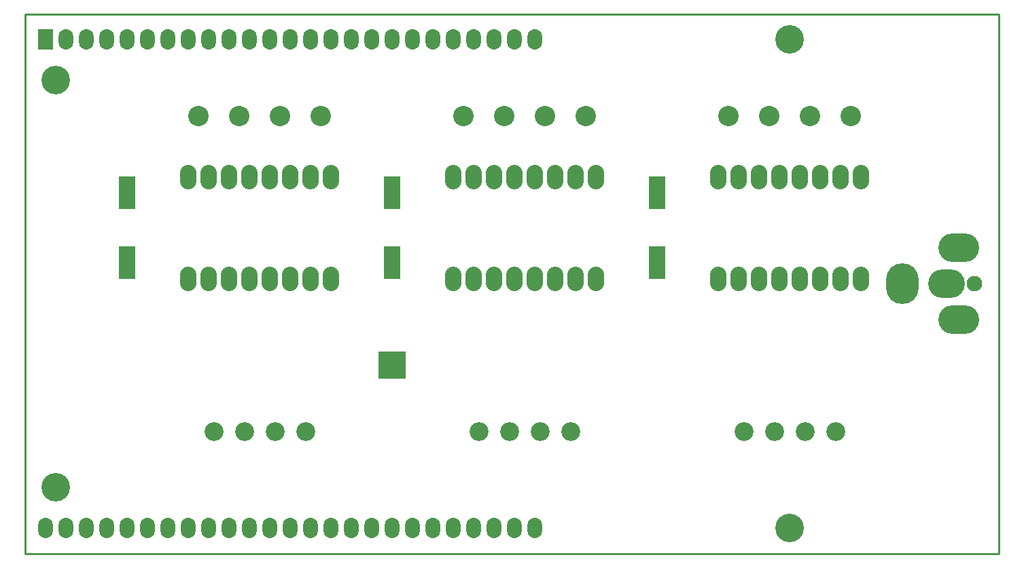
<source format=gts>
G04 #@! TF.GenerationSoftware,KiCad,Pcbnew,no-vcs-found-1466d0c~58~ubuntu16.04.1*
G04 #@! TF.CreationDate,2017-06-19T16:09:28-04:00*
G04 #@! TF.ProjectId,stepper_controller_5x3,737465707065725F636F6E74726F6C6C,1.0*
G04 #@! TF.SameCoordinates,Original
G04 #@! TF.FileFunction,Soldermask,Top*
G04 #@! TF.FilePolarity,Negative*
%FSLAX46Y46*%
G04 Gerber Fmt 4.6, Leading zero omitted, Abs format (unit mm)*
G04 Created by KiCad (PCBNEW no-vcs-found-1466d0c~58~ubuntu16.04.1) date Mon Jun 19 16:09:28 2017*
%MOMM*%
%LPD*%
G01*
G04 APERTURE LIST*
%ADD10C,0.100000*%
%ADD11C,0.228600*%
%ADD12O,2.032000X3.048000*%
%ADD13R,2.000000X4.100000*%
%ADD14O,1.854200X2.540000*%
%ADD15C,3.556000*%
%ADD16R,1.854200X2.540000*%
%ADD17C,1.930400*%
%ADD18O,4.572000X3.556000*%
%ADD19O,4.064000X5.080000*%
%ADD20O,5.080000X3.556000*%
%ADD21C,2.540000*%
%ADD22C,2.340000*%
%ADD23R,3.475000X3.475000*%
G04 APERTURE END LIST*
D10*
D11*
X191135000Y-71755000D02*
X69850000Y-71755000D01*
X191135000Y-139065000D02*
X191135000Y-71755000D01*
X69850000Y-139065000D02*
X191135000Y-139065000D01*
X69850000Y-71755000D02*
X69850000Y-139065000D01*
D12*
X173990000Y-104775000D03*
X171450000Y-104775000D03*
X168910000Y-104775000D03*
X166370000Y-104775000D03*
X163830000Y-104775000D03*
X161290000Y-104775000D03*
X158750000Y-104775000D03*
X156210000Y-104775000D03*
X156210000Y-92075000D03*
X158750000Y-92075000D03*
X161290000Y-92075000D03*
X163830000Y-92075000D03*
X166370000Y-92075000D03*
X168910000Y-92075000D03*
X171450000Y-92075000D03*
X173990000Y-92075000D03*
X140970000Y-104775000D03*
X138430000Y-104775000D03*
X135890000Y-104775000D03*
X133350000Y-104775000D03*
X130810000Y-104775000D03*
X128270000Y-104775000D03*
X125730000Y-104775000D03*
X123190000Y-104775000D03*
X123190000Y-92075000D03*
X125730000Y-92075000D03*
X128270000Y-92075000D03*
X130810000Y-92075000D03*
X133350000Y-92075000D03*
X135890000Y-92075000D03*
X138430000Y-92075000D03*
X140970000Y-92075000D03*
X107950000Y-104775000D03*
X105410000Y-104775000D03*
X102870000Y-104775000D03*
X100330000Y-104775000D03*
X97790000Y-104775000D03*
X95250000Y-104775000D03*
X92710000Y-104775000D03*
X90170000Y-104775000D03*
X90170000Y-92075000D03*
X92710000Y-92075000D03*
X95250000Y-92075000D03*
X97790000Y-92075000D03*
X100330000Y-92075000D03*
X102870000Y-92075000D03*
X105410000Y-92075000D03*
X107950000Y-92075000D03*
D13*
X148590000Y-102775000D03*
X148590000Y-94075000D03*
X115570000Y-102775000D03*
X115570000Y-94075000D03*
X82550000Y-102775000D03*
X82550000Y-94075000D03*
D14*
X133350000Y-74930000D03*
X130810000Y-74930000D03*
X128270000Y-74930000D03*
X125730000Y-74930000D03*
X123190000Y-74930000D03*
X120650000Y-74930000D03*
X118110000Y-74930000D03*
X115570000Y-74930000D03*
X113030000Y-74930000D03*
X133350000Y-135890000D03*
X130810000Y-135890000D03*
X128270000Y-135890000D03*
X125730000Y-135890000D03*
X123190000Y-135890000D03*
X120650000Y-135890000D03*
X118110000Y-135890000D03*
X115570000Y-135890000D03*
X113030000Y-135890000D03*
D15*
X165100000Y-74930000D03*
X165100000Y-135890000D03*
X73660000Y-130810000D03*
X73660000Y-80010000D03*
D14*
X72390000Y-135890000D03*
X74930000Y-135890000D03*
X77470000Y-135890000D03*
X80010000Y-135890000D03*
X82550000Y-135890000D03*
X85090000Y-135890000D03*
X87630000Y-135890000D03*
X90170000Y-135890000D03*
X92710000Y-135890000D03*
X95250000Y-135890000D03*
X97790000Y-135890000D03*
X100330000Y-135890000D03*
X102870000Y-135890000D03*
X105410000Y-135890000D03*
X107950000Y-135890000D03*
X110490000Y-135890000D03*
X110490000Y-74930000D03*
X107950000Y-74930000D03*
X105410000Y-74930000D03*
X102870000Y-74930000D03*
X100330000Y-74930000D03*
X97790000Y-74930000D03*
X95250000Y-74930000D03*
X92710000Y-74930000D03*
X90170000Y-74930000D03*
X87630000Y-74930000D03*
X85090000Y-74930000D03*
X82550000Y-74930000D03*
X80010000Y-74930000D03*
D16*
X72390000Y-74930000D03*
D14*
X77470000Y-74930000D03*
X74930000Y-74930000D03*
D17*
X188137800Y-105410000D03*
D18*
X184632600Y-105410000D03*
D19*
X179146200Y-105410000D03*
D20*
X186131200Y-100914200D03*
X186131200Y-109905800D03*
D21*
X167640000Y-84455000D03*
X162560000Y-84455000D03*
X157480000Y-84455000D03*
X172720000Y-84455000D03*
D22*
X170815000Y-123825000D03*
X159385000Y-123825000D03*
X163195000Y-123825000D03*
X167005000Y-123825000D03*
D21*
X139700000Y-84455000D03*
X124460000Y-84455000D03*
X129540000Y-84455000D03*
X134620000Y-84455000D03*
D22*
X133985000Y-123825000D03*
X130175000Y-123825000D03*
X126365000Y-123825000D03*
X137795000Y-123825000D03*
D21*
X101600000Y-84455000D03*
X96520000Y-84455000D03*
X91440000Y-84455000D03*
X106680000Y-84455000D03*
D22*
X100965000Y-123825000D03*
X97155000Y-123825000D03*
X93345000Y-123825000D03*
X104775000Y-123825000D03*
D23*
X115570000Y-115570000D03*
M02*

</source>
